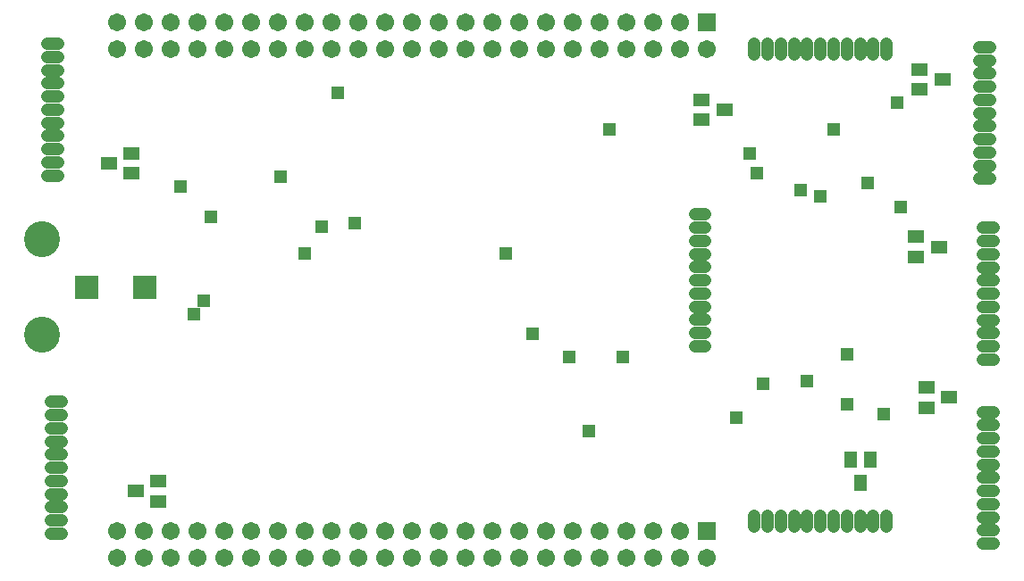
<source format=gts>
G75*
%MOIN*%
%OFA0B0*%
%FSLAX24Y24*%
%IPPOS*%
%LPD*%
%AMOC8*
5,1,8,0,0,1.08239X$1,22.5*
%
%ADD10R,0.0907X0.0907*%
%ADD11C,0.1340*%
%ADD12C,0.0477*%
%ADD13R,0.0674X0.0674*%
%ADD14C,0.0674*%
%ADD15R,0.0631X0.0474*%
%ADD16R,0.0474X0.0631*%
%ADD17R,0.0476X0.0476*%
D10*
X005583Y011680D03*
X007748Y011680D03*
D11*
X003930Y009908D03*
X003930Y013452D03*
D12*
X004252Y002469D02*
X004649Y002469D01*
X004649Y002961D02*
X004252Y002961D01*
X004252Y003454D02*
X004649Y003454D01*
X004649Y003946D02*
X004252Y003946D01*
X004252Y004438D02*
X004649Y004438D01*
X004649Y004930D02*
X004252Y004930D01*
X004252Y005422D02*
X004649Y005422D01*
X004649Y005914D02*
X004252Y005914D01*
X004252Y006406D02*
X004649Y006406D01*
X004649Y006899D02*
X004252Y006899D01*
X004252Y007391D02*
X004649Y007391D01*
X004524Y015844D02*
X004127Y015844D01*
X004127Y016336D02*
X004524Y016336D01*
X004524Y016829D02*
X004127Y016829D01*
X004127Y017321D02*
X004524Y017321D01*
X004524Y017813D02*
X004127Y017813D01*
X004127Y018305D02*
X004524Y018305D01*
X004524Y018797D02*
X004127Y018797D01*
X004127Y019289D02*
X004524Y019289D01*
X004524Y019781D02*
X004127Y019781D01*
X004127Y020274D02*
X004524Y020274D01*
X004524Y020766D02*
X004127Y020766D01*
X028268Y014391D02*
X028664Y014391D01*
X028664Y013899D02*
X028268Y013899D01*
X028268Y013406D02*
X028664Y013406D01*
X028664Y012914D02*
X028268Y012914D01*
X028268Y012422D02*
X028664Y012422D01*
X028664Y011930D02*
X028268Y011930D01*
X028268Y011438D02*
X028664Y011438D01*
X028664Y010946D02*
X028268Y010946D01*
X028268Y010454D02*
X028664Y010454D01*
X028664Y009961D02*
X028268Y009961D01*
X028268Y009469D02*
X028664Y009469D01*
X039018Y009461D02*
X039414Y009461D01*
X039414Y009954D02*
X039018Y009954D01*
X039018Y010446D02*
X039414Y010446D01*
X039414Y010938D02*
X039018Y010938D01*
X039018Y011430D02*
X039414Y011430D01*
X039414Y011922D02*
X039018Y011922D01*
X039018Y012414D02*
X039414Y012414D01*
X039414Y012906D02*
X039018Y012906D01*
X039018Y013399D02*
X039414Y013399D01*
X039414Y013891D02*
X039018Y013891D01*
X038893Y015719D02*
X039289Y015719D01*
X039289Y016211D02*
X038893Y016211D01*
X038893Y016704D02*
X039289Y016704D01*
X039289Y017196D02*
X038893Y017196D01*
X038893Y017688D02*
X039289Y017688D01*
X039289Y018180D02*
X038893Y018180D01*
X038893Y018672D02*
X039289Y018672D01*
X039289Y019164D02*
X038893Y019164D01*
X038893Y019656D02*
X039289Y019656D01*
X039289Y020149D02*
X038893Y020149D01*
X038893Y020641D02*
X039289Y020641D01*
X035419Y020761D02*
X035419Y020364D01*
X034927Y020364D02*
X034927Y020761D01*
X034434Y020761D02*
X034434Y020364D01*
X033942Y020364D02*
X033942Y020761D01*
X033450Y020761D02*
X033450Y020364D01*
X032958Y020364D02*
X032958Y020761D01*
X032466Y020761D02*
X032466Y020364D01*
X031974Y020364D02*
X031974Y020761D01*
X031482Y020761D02*
X031482Y020364D01*
X030990Y020364D02*
X030990Y020761D01*
X030497Y020761D02*
X030497Y020364D01*
X039018Y008969D02*
X039414Y008969D01*
X039414Y007016D02*
X039018Y007016D01*
X039018Y006524D02*
X039414Y006524D01*
X039414Y006031D02*
X039018Y006031D01*
X039018Y005539D02*
X039414Y005539D01*
X039414Y005047D02*
X039018Y005047D01*
X039018Y004555D02*
X039414Y004555D01*
X039414Y004063D02*
X039018Y004063D01*
X039018Y003571D02*
X039414Y003571D01*
X039414Y003079D02*
X039018Y003079D01*
X039018Y002586D02*
X039414Y002586D01*
X039414Y002094D02*
X039018Y002094D01*
X035419Y002724D02*
X035419Y003121D01*
X034927Y003121D02*
X034927Y002724D01*
X034434Y002724D02*
X034434Y003121D01*
X033942Y003121D02*
X033942Y002724D01*
X033450Y002724D02*
X033450Y003121D01*
X032958Y003121D02*
X032958Y002724D01*
X032466Y002724D02*
X032466Y003121D01*
X031974Y003121D02*
X031974Y002724D01*
X031482Y002724D02*
X031482Y003121D01*
X030990Y003121D02*
X030990Y002724D01*
X030497Y002724D02*
X030497Y003121D01*
D13*
X028708Y002555D03*
X028708Y021555D03*
D14*
X027708Y021555D03*
X026708Y021555D03*
X025708Y021555D03*
X024708Y021555D03*
X023708Y021555D03*
X022708Y021555D03*
X021708Y021555D03*
X020708Y021555D03*
X019708Y021555D03*
X018708Y021555D03*
X017708Y021555D03*
X016708Y021555D03*
X015708Y021555D03*
X014708Y021555D03*
X013708Y021555D03*
X012708Y021555D03*
X011708Y021555D03*
X010708Y021555D03*
X009708Y021555D03*
X008708Y021555D03*
X007708Y021555D03*
X006708Y021555D03*
X006708Y020555D03*
X007708Y020555D03*
X008708Y020555D03*
X009708Y020555D03*
X010708Y020555D03*
X011708Y020555D03*
X012708Y020555D03*
X013708Y020555D03*
X014708Y020555D03*
X015708Y020555D03*
X016708Y020555D03*
X017708Y020555D03*
X018708Y020555D03*
X019708Y020555D03*
X020708Y020555D03*
X021708Y020555D03*
X022708Y020555D03*
X023708Y020555D03*
X024708Y020555D03*
X025708Y020555D03*
X026708Y020555D03*
X027708Y020555D03*
X028708Y020555D03*
X027708Y002555D03*
X026708Y002555D03*
X025708Y002555D03*
X024708Y002555D03*
X023708Y002555D03*
X022708Y002555D03*
X021708Y002555D03*
X020708Y002555D03*
X019708Y002555D03*
X018708Y002555D03*
X017708Y002555D03*
X016708Y002555D03*
X015708Y002555D03*
X014708Y002555D03*
X013708Y002555D03*
X012708Y002555D03*
X011708Y002555D03*
X010708Y002555D03*
X009708Y002555D03*
X008708Y002555D03*
X007708Y002555D03*
X006708Y002555D03*
X006708Y001555D03*
X007708Y001555D03*
X008708Y001555D03*
X009708Y001555D03*
X010708Y001555D03*
X011708Y001555D03*
X012708Y001555D03*
X013708Y001555D03*
X014708Y001555D03*
X015708Y001555D03*
X016708Y001555D03*
X017708Y001555D03*
X018708Y001555D03*
X019708Y001555D03*
X020708Y001555D03*
X021708Y001555D03*
X022708Y001555D03*
X023708Y001555D03*
X024708Y001555D03*
X025708Y001555D03*
X026708Y001555D03*
X027708Y001555D03*
X028708Y001555D03*
D15*
X036900Y007181D03*
X037766Y007555D03*
X036900Y007929D03*
X036525Y012806D03*
X037391Y013180D03*
X036525Y013554D03*
X028525Y017931D03*
X029391Y018305D03*
X028525Y018679D03*
X036650Y019056D03*
X037516Y019430D03*
X036650Y019804D03*
X008266Y004429D03*
X007400Y004055D03*
X008266Y003681D03*
X007266Y015931D03*
X006400Y016305D03*
X007266Y016679D03*
D16*
X034084Y005238D03*
X034832Y005238D03*
X034458Y004372D03*
D17*
X035333Y006930D03*
X033958Y007305D03*
X032458Y008180D03*
X030833Y008055D03*
X029833Y006805D03*
X033958Y009180D03*
X025583Y009055D03*
X023583Y009055D03*
X022208Y009930D03*
X021208Y012930D03*
X015583Y014055D03*
X014352Y013930D03*
X013708Y012930D03*
X010208Y014305D03*
X009083Y015430D03*
X012833Y015805D03*
X014958Y018930D03*
X025083Y017555D03*
X030333Y016680D03*
X030583Y015930D03*
X032208Y015305D03*
X032958Y015055D03*
X034708Y015555D03*
X035958Y014680D03*
X033458Y017555D03*
X035833Y018555D03*
X024333Y006305D03*
X009958Y011180D03*
X009583Y010680D03*
M02*

</source>
